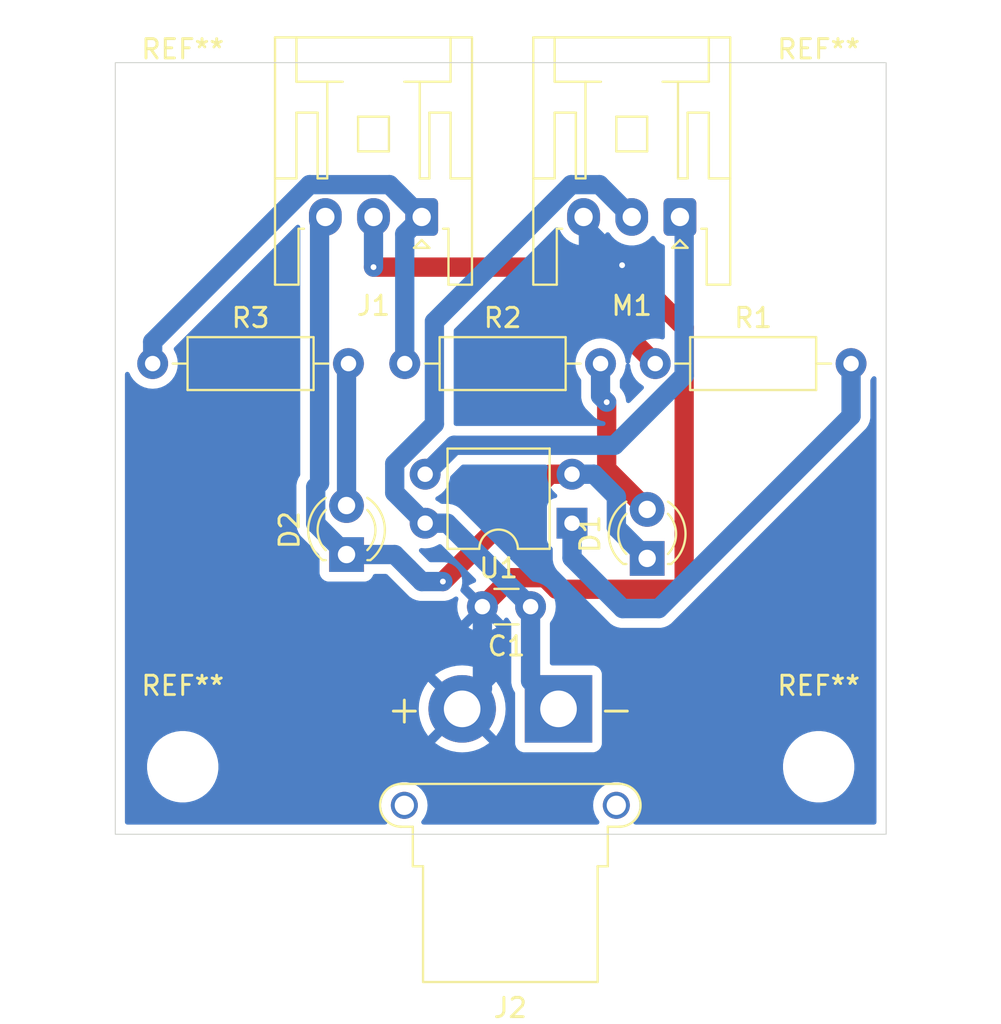
<source format=kicad_pcb>
(kicad_pcb (version 20240108) (generator "pcbnew") (generator_version "8.0")
  (layers (0 "F.Cu" signal) (31 "B.Cu" signal) (34 "B.Paste" user) (35 "F.Paste" user) (36 "B.SilkS" user "B.Silkscreen") (37 "F.SilkS" user "F.Silkscreen") (38 "B.Mask" user) (39 "F.Mask" user) (44 "Edge.Cuts" user))
  (net 0 "")
  (net 1 "VCC")
  (net 2 "GND1")
  (net 3 "Net-(D1-A)")
  (net 4 "GND")
  (net 5 "Net-(D2-A)")
  (net 6 "+5V")
  (net 7 "マイコンPWM")
  (net 8 "フォトカプラPWM")
  (net 9 "Net-(R1-Pad2)")
  (footprint "MountingHole:MountingHole_3.2mm_M3" (layer "F.Cu") (at 123.8 153.4)
    (property "Reference" "REF**" (at 0 -4.2 0) (layer "F.SilkS"))
    (property "Value" "MountingHole_3.2mm_M3")
    (pad "" np_thru_hole circle (at 0 0) (size 3.2 3.2) (drill 3.2) (layers "*.Cu" "*.Mask"))
  )
  (footprint "Connector_AMASS:AMASS_XT30PW-F_1x02_P2.50mm_Horizontal" (layer "F.Cu") (at 143.3 150.4 180)
    (property "Reference" "J2" (at 2.5 -15.5 0) (layer "F.SilkS"))
    (property "Value" "Conn_01x02")
    (fp_line (start 7.56 -6.11) (end 8.26 -6.11) (stroke (width 0.12)) (layer "F.SilkS"))
    (fp_line (start 7.56 -8.16) (end 7.56 -6.11) (stroke (width 0.12)) (layer "F.SilkS"))
    (fp_line (start 7.03 -8.16) (end 7.56 -8.16) (stroke (width 0.12)) (layer "F.SilkS"))
    (fp_line (start 7.03 -14.16) (end 7.03 -8.16) (stroke (width 0.12)) (layer "F.SilkS"))
    (fp_line (start -2.03 -14.16) (end 7 -14.16) (stroke (width 0.12)) (layer "F.SilkS"))
    (fp_line (start -2.03 -14.16) (end -2.03 -8.16) (stroke (width 0.12)) (layer "F.SilkS"))
    (fp_line (start -2.56 -8.16) (end -2.03 -8.16) (stroke (width 0.12)) (layer "F.SilkS"))
    (fp_line (start -2.56 -8.16) (end -2.56 -6.11) (stroke (width 0.12)) (layer "F.SilkS"))
    (fp_line (start -3.26 -3.89) (end 8.26 -3.89) (stroke (width 0.12)) (layer "F.SilkS"))
    (fp_line (start -3.26 -6.11) (end -2.56 -6.11) (stroke (width 0.12)) (layer "F.SilkS"))
    (fp_arc (start 8.15 -6.11) (mid 9.26 -5) (end 8.15 -3.89) (stroke (width 0.12)) (layer "F.SilkS"))
    (fp_arc (start -3.321729 -3.903365) (mid -4.256653 -5.086124) (end -3.15 -6.11) (stroke (width 0.12)) (layer "F.SilkS"))
    (fp_text user "+" (at 8 0 0) (layer "F.SilkS") (effects (font (size 1.5 1.5))))
    (fp_text user "-" (at -3 0 0) (layer "F.SilkS") (effects (font (size 1.5 1.5))))
    (pad "" thru_hole circle (at -3 -5 270) (size 1.4 1.4) (drill 1) (layers "*.Cu" "*.Mask"))
    (pad "" thru_hole circle (at 8 -5 180) (size 1.4 1.4) (drill 1) (layers "*.Cu" "*.Mask"))
    (pad "1" thru_hole rect (at 0 0 180) (size 3.5 3.5) (drill 1.9) (layers "*.Cu" "*.Mask") (net 1 "VCC"))
    (pad "2" thru_hole circle (at 5 0 180) (size 3.5 3.5) (drill 1.9) (layers "*.Cu" "*.Mask") (net 2 "GND1"))
  )
  (footprint "Resistor_THT:R_Axial_DIN0207_L6.3mm_D2.5mm_P10.16mm_Horizontal" (layer "F.Cu") (at 135.32 132.5)
    (property "Reference" "R2" (at 5.08 -2.37 0) (layer "F.SilkS"))
    (property "Value" "220")
    (fp_line (start 1.04 0) (end 1.81 0) (stroke (width 0.12)) (layer "F.SilkS"))
    (fp_line (start 1.81 -1.37) (end 1.81 1.37) (stroke (width 0.12)) (layer "F.SilkS"))
    (fp_line (start 1.81 1.37) (end 8.35 1.37) (stroke (width 0.12)) (layer "F.SilkS"))
    (fp_line (start 8.35 -1.37) (end 1.81 -1.37) (stroke (width 0.12)) (layer "F.SilkS"))
    (fp_line (start 8.35 1.37) (end 8.35 -1.37) (stroke (width 0.12)) (layer "F.SilkS"))
    (fp_line (start 9.12 0) (end 8.35 0) (stroke (width 0.12)) (layer "F.SilkS"))
    (pad "1" thru_hole circle (at 0 0) (size 1.6 1.6) (drill 0.8) (layers "*.Cu" "*.Mask") (net 6 "+5V"))
    (pad "2" thru_hole oval (at 10.16 0) (size 1.6 1.6) (drill 0.8) (layers "*.Cu" "*.Mask") (net 3 "Net-(D1-A)"))
  )
  (footprint "Connector_JST:JST_XA_S03B-XASK-1_1x03_P2.50mm_Horizontal" (layer "F.Cu") (at 149.6 124.9 180)
    (property "Reference" "M1" (at 2.5 -4.6 0) (layer "F.SilkS"))
    (property "Value" "Motor_Servo")
    (fp_line (start 7.61 9.31) (end 7.61 -3.51) (stroke (width 0.12)) (layer "F.SilkS"))
    (fp_line (start 7.61 -3.51) (end 6.39 -3.51) (stroke (width 0.12)) (layer "F.SilkS"))
    (fp_line (start 6.5 7.01) (end 6.5 9.31) (stroke (width 0.12)) (layer "F.SilkS"))
    (fp_line (start 6.5 5.41) (end 6.5 2) (stroke (width 0.12)) (layer "F.SilkS"))
    (fp_line (start 6.5 2) (end 7.61 2) (stroke (width 0.12)) (layer "F.SilkS"))
    (fp_line (start 6.39 -0.61) (end 6.11 -0.61) (stroke (width 0.12)) (layer "F.SilkS"))
    (fp_line (start 6.39 -3.51) (end 6.39 -0.61) (stroke (width 0.12)) (layer "F.SilkS"))
    (fp_line (start 5.4 5.41) (end 6.5 5.41) (stroke (width 0.12)) (layer "F.SilkS"))
    (fp_line (start 5.4 2) (end 5.4 5.41) (stroke (width 0.12)) (layer "F.SilkS"))
    (fp_line (start 4.9 7.01) (end 4.9 2) (stroke (width 0.12)) (layer "F.SilkS"))
    (fp_line (start 4.9 2) (end 5.4 2) (stroke (width 0.12)) (layer "F.SilkS"))
    (fp_line (start 4.1 7.01) (end 6.5 7.01) (stroke (width 0.12)) (layer "F.SilkS"))
    (fp_line (start 3.3 5.2) (end 1.7 5.2) (stroke (width 0.12)) (layer "F.SilkS"))
    (fp_line (start 3.3 3.4) (end 3.3 5.2) (stroke (width 0.12)) (layer "F.SilkS"))
    (fp_line (start 1.7 5.2) (end 1.7 3.4) (stroke (width 0.12)) (layer "F.SilkS"))
    (fp_line (start 1.7 3.4) (end 3.3 3.4) (stroke (width 0.12)) (layer "F.SilkS"))
    (fp_line (start 0.4 -1.6) (end 0 -1.2) (stroke (width 0.12)) (layer "F.SilkS"))
    (fp_line (start 0.1 7.01) (end 0.1 2) (stroke (width 0.12)) (layer "F.SilkS"))
    (fp_line (start 0.1 2) (end -0.4 2) (stroke (width 0.12)) (layer "F.SilkS"))
    (fp_line (start 0 -1.2) (end -0.4 -1.6) (stroke (width 0.12)) (layer "F.SilkS"))
    (fp_line (start -0.4 5.41) (end -1.5 5.41) (stroke (width 0.12)) (layer "F.SilkS"))
    (fp_line (start -0.4 2) (end -0.4 5.41) (stroke (width 0.12)) (layer "F.SilkS"))
    (fp_line (start -0.4 -1.6) (end 0.4 -1.6) (stroke (width 0.12)) (layer "F.SilkS"))
    (fp_line (start -1.11 -0.61) (end -1.39 -0.61) (stroke (width 0.12)) (layer "F.SilkS"))
    (fp_line (start -1.39 -0.61) (end -1.39 -3.51) (stroke (width 0.12)) (layer "F.SilkS"))
    (fp_line (start -1.39 -3.51) (end -2.61 -3.51) (stroke (width 0.12)) (layer "F.SilkS"))
    (fp_line (start -1.5 9.31) (end -1.5 7.01) (stroke (width 0.12)) (layer "F.SilkS"))
    (fp_line (start -1.5 7.01) (end 0.9 7.01) (stroke (width 0.12)) (layer "F.SilkS"))
    (fp_line (start -1.5 5.41) (end -1.5 2) (stroke (width 0.12)) (layer "F.SilkS"))
    (fp_line (start -1.5 2) (end -2.61 2) (stroke (width 0.12)) (layer "F.SilkS"))
    (fp_line (start -2.61 9.31) (end 7.61 9.31) (stroke (width 0.12)) (layer "F.SilkS"))
    (fp_line (start -2.61 -3.51) (end -2.61 9.31) (stroke (width 0.12)) (layer "F.SilkS"))
    (pad "" np_thru_hole oval (at 2.5 6.5 180) (size 2.8 2) (drill oval 2.8 2) (layers "*.Cu" "*.Mask"))
    (pad "1" thru_hole roundrect (at 0 0 180) (size 1.7 1.95) (drill 0.95) (layers "*.Cu" "*.Mask") (roundrect_rratio 0.147059) (net 8 "フォトカプラPWM"))
    (pad "2" thru_hole oval (at 2.5 0 180) (size 1.7 1.95) (drill 0.95) (layers "*.Cu" "*.Mask") (net 1 "VCC"))
    (pad "3" thru_hole oval (at 5 0 180) (size 1.7 1.95) (drill 0.95) (layers "*.Cu" "*.Mask") (net 2 "GND1"))
  )
  (footprint "LED_THT:LED_D3.0mm" (layer "F.Cu") (at 132.3 142.4 90)
    (property "Reference" "D2" (at 1.27 -2.96 90) (layer "F.SilkS"))
    (property "Value" "LED")
    (fp_line (start -0.29 -1.236) (end -0.29 -1.08) (stroke (width 0.12)) (layer "F.SilkS"))
    (fp_line (start -0.29 1.08) (end -0.29 1.236) (stroke (width 0.12)) (layer "F.SilkS"))
    (fp_arc (start -0.29 -1.235516) (mid 1.366487 -1.987659) (end 2.942335 -1.078608) (stroke (width 0.12)) (layer "F.SilkS"))
    (fp_arc (start 0.229039 -1.08) (mid 1.270117 -1.5) (end 2.31113 -1.079837) (stroke (width 0.12)) (layer "F.SilkS"))
    (fp_arc (start 2.942335 1.078608) (mid 1.366487 1.987659) (end -0.29 1.235516) (stroke (width 0.12)) (layer "F.SilkS"))
    (fp_arc (start 2.31113 1.079837) (mid 1.270117 1.5) (end 0.229039 1.08) (stroke (width 0.12)) (layer "F.SilkS"))
    (pad "1" thru_hole rect (at 0 0 90) (size 1.8 1.8) (drill 0.9) (layers "*.Cu" "*.Mask") (net 4 "GND"))
    (pad "2" thru_hole circle (at 2.54 0 90) (size 1.8 1.8) (drill 0.9) (layers "*.Cu" "*.Mask") (net 5 "Net-(D2-A)"))
  )
  (footprint "Capacitor_THT:C_Disc_D3.0mm_W1.6mm_P2.50mm" (layer "F.Cu") (at 141.85 145.1 180)
    (property "Reference" "C1" (at 1.25 -2.05 0) (layer "F.SilkS"))
    (property "Value" "0.1")
    (fp_line (start 0.621 0.92) (end 1.879 0.92) (stroke (width 0.12)) (layer "F.SilkS"))
    (fp_line (start 0.621 -0.92) (end 1.879 -0.92) (stroke (width 0.12)) (layer "F.SilkS"))
    (pad "1" thru_hole circle (at 0 0 180) (size 1.6 1.6) (drill 0.8) (layers "*.Cu" "*.Mask") (net 1 "VCC"))
    (pad "2" thru_hole circle (at 2.5 0 180) (size 1.6 1.6) (drill 0.8) (layers "*.Cu" "*.Mask") (net 2 "GND1"))
  )
  (footprint "Package_DIP:DIP-4_W7.62mm" (layer "F.Cu") (at 144 140.775 180)
    (property "Reference" "U1" (at 3.81 -2.33 0) (layer "F.SilkS"))
    (property "Value" "TLP785")
    (fp_line (start 6.46 3.87) (end 6.46 -1.33) (stroke (width 0.12)) (layer "F.SilkS"))
    (fp_line (start 6.46 -1.33) (end 4.81 -1.33) (stroke (width 0.12)) (layer "F.SilkS"))
    (fp_line (start 2.81 -1.33) (end 1.16 -1.33) (stroke (width 0.12)) (layer "F.SilkS"))
    (fp_line (start 1.16 3.87) (end 6.46 3.87) (stroke (width 0.12)) (layer "F.SilkS"))
    (fp_line (start 1.16 -1.33) (end 1.16 3.87) (stroke (width 0.12)) (layer "F.SilkS"))
    (fp_arc (start 4.81 -1.33) (mid 3.81 -0.33) (end 2.81 -1.33) (stroke (width 0.12)) (layer "F.SilkS"))
    (pad "1" thru_hole rect (at 0 0 180) (size 1.6 1.6) (drill 0.8) (layers "*.Cu" "*.Mask") (net 9 "Net-(R1-Pad2)"))
    (pad "2" thru_hole oval (at 0 2.54 180) (size 1.6 1.6) (drill 0.8) (layers "*.Cu" "*.Mask") (net 4 "GND"))
    (pad "3" thru_hole oval (at 7.62 2.54 180) (size 1.6 1.6) (drill 0.8) (layers "*.Cu" "*.Mask") (net 8 "フォトカプラPWM"))
    (pad "4" thru_hole oval (at 7.62 0 180) (size 1.6 1.6) (drill 0.8) (layers "*.Cu" "*.Mask") (net 1 "VCC"))
  )
  (footprint "LED_THT:LED_D3.0mm" (layer "F.Cu") (at 147.9 142.6 90)
    (property "Reference" "D1" (at 1.27 -2.96 90) (layer "F.SilkS"))
    (property "Value" "LED")
    (fp_line (start -0.29 -1.236) (end -0.29 -1.08) (stroke (width 0.12)) (layer "F.SilkS"))
    (fp_line (start -0.29 1.08) (end -0.29 1.236) (stroke (width 0.12)) (layer "F.SilkS"))
    (fp_arc (start -0.29 -1.235516) (mid 1.366487 -1.987659) (end 2.942335 -1.078608) (stroke (width 0.12)) (layer "F.SilkS"))
    (fp_arc (start 0.229039 -1.08) (mid 1.270117 -1.5) (end 2.31113 -1.079837) (stroke (width 0.12)) (layer "F.SilkS"))
    (fp_arc (start 2.942335 1.078608) (mid 1.366487 1.987659) (end -0.29 1.235516) (stroke (width 0.12)) (layer "F.SilkS"))
    (fp_arc (start 2.31113 1.079837) (mid 1.270117 1.5) (end 0.229039 1.08) (stroke (width 0.12)) (layer "F.SilkS"))
    (pad "1" thru_hole rect (at 0 0 90) (size 1.8 1.8) (drill 0.9) (layers "*.Cu" "*.Mask") (net 4 "GND"))
    (pad "2" thru_hole circle (at 2.54 0 90) (size 1.8 1.8) (drill 0.9) (layers "*.Cu" "*.Mask") (net 3 "Net-(D1-A)"))
  )
  (footprint "MountingHole:MountingHole_3.2mm_M3" (layer "F.Cu") (at 156.8 153.4)
    (property "Reference" "REF**" (at 0 -4.2 0) (layer "F.SilkS"))
    (property "Value" "MountingHole_3.2mm_M3")
    (pad "" np_thru_hole circle (at 0 0) (size 3.2 3.2) (drill 3.2) (layers "*.Cu" "*.Mask"))
  )
  (footprint "MountingHole:MountingHole_3.2mm_M3" (layer "F.Cu") (at 156.8 120.4)
    (property "Reference" "REF**" (at 0 -4.2 0) (layer "F.SilkS"))
    (property "Value" "MountingHole_3.2mm_M3")
    (pad "" np_thru_hole circle (at 0 0) (size 3.2 3.2) (drill 3.2) (layers "*.Cu" "*.Mask"))
  )
  (footprint "Connector_JST:JST_XA_S03B-XASK-1_1x03_P2.50mm_Horizontal" (layer "F.Cu") (at 136.2 124.9 180)
    (property "Reference" "J1" (at 2.5 -4.6 0) (layer "F.SilkS"))
    (property "Value" "Conn_01x03")
    (fp_line (start 7.61 9.31) (end 7.61 -3.51) (stroke (width 0.12)) (layer "F.SilkS"))
    (fp_line (start 7.61 -3.51) (end 6.39 -3.51) (stroke (width 0.12)) (layer "F.SilkS"))
    (fp_line (start 6.5 7.01) (end 6.5 9.31) (stroke (width 0.12)) (layer "F.SilkS"))
    (fp_line (start 6.5 5.41) (end 6.5 2) (stroke (width 0.12)) (layer "F.SilkS"))
    (fp_line (start 6.5 2) (end 7.61 2) (stroke (width 0.12)) (layer "F.SilkS"))
    (fp_line (start 6.39 -0.61) (end 6.11 -0.61) (stroke (width 0.12)) (layer "F.SilkS"))
    (fp_line (start 6.39 -3.51) (end 6.39 -0.61) (stroke (width 0.12)) (layer "F.SilkS"))
    (fp_line (start 5.4 5.41) (end 6.5 5.41) (stroke (width 0.12)) (layer "F.SilkS"))
    (fp_line (start 5.4 2) (end 5.4 5.41) (stroke (width 0.12)) (layer "F.SilkS"))
    (fp_line (start 4.9 7.01) (end 4.9 2) (stroke (width 0.12)) (layer "F.SilkS"))
    (fp_line (start 4.9 2) (end 5.4 2) (stroke (width 0.12)) (layer "F.SilkS"))
    (fp_line (start 4.1 7.01) (end 6.5 7.01) (stroke (width 0.12)) (layer "F.SilkS"))
    (fp_line (start 3.3 5.2) (end 1.7 5.2) (stroke (width 0.12)) (layer "F.SilkS"))
    (fp_line (start 3.3 3.4) (end 3.3 5.2) (stroke (width 0.12)) (layer "F.SilkS"))
    (fp_line (start 1.7 5.2) (end 1.7 3.4) (stroke (width 0.12)) (layer "F.SilkS"))
    (fp_line (start 1.7 3.4) (end 3.3 3.4) (stroke (width 0.12)) (layer "F.SilkS"))
    (fp_line (start 0.4 -1.6) (end 0 -1.2) (stroke (width 0.12)) (layer "F.SilkS"))
    (fp_line (start 0.1 7.01) (end 0.1 2) (stroke (width 0.12)) (layer "F.SilkS"))
    (fp_line (start 0.1 2) (end -0.4 2) (stroke (width 0.12)) (layer "F.SilkS"))
    (fp_line (start 0 -1.2) (end -0.4 -1.6) (stroke (width 0.12)) (layer "F.SilkS"))
    (fp_line (start -0.4 5.41) (end -1.5 5.41) (stroke (width 0.12)) (layer "F.SilkS"))
    (fp_line (start -0.4 2) (end -0.4 5.41) (stroke (width 0.12)) (layer "F.SilkS"))
    (fp_line (start -0.4 -1.6) (end 0.4 -1.6) (stroke (width 0.12)) (layer "F.SilkS"))
    (fp_line (start -1.11 -0.61) (end -1.39 -0.61) (stroke (width 0.12)) (layer "F.SilkS"))
    (fp_line (start -1.39 -0.61) (end -1.39 -3.51) (stroke (width 0.12)) (layer "F.SilkS"))
    (fp_line (start -1.39 -3.51) (end -2.61 -3.51) (stroke (width 0.12)) (layer "F.SilkS"))
    (fp_line (start -1.5 9.31) (end -1.5 7.01) (stroke (width 0.12)) (layer "F.SilkS"))
    (fp_line (start -1.5 7.01) (end 0.9 7.01) (stroke (width 0.12)) (layer "F.SilkS"))
    (fp_line (start -1.5 5.41) (end -1.5 2) (stroke (width 0.12)) (layer "F.SilkS"))
    (fp_line (start -1.5 2) (end -2.61 2) (stroke (width 0.12)) (layer "F.SilkS"))
    (fp_line (start -2.61 9.31) (end 7.61 9.31) (stroke (width 0.12)) (layer "F.SilkS"))
    (fp_line (start -2.61 -3.51) (end -2.61 9.31) (stroke (width 0.12)) (layer "F.SilkS"))
    (pad "" np_thru_hole oval (at 2.5 6.5 180) (size 2.8 2) (drill oval 2.8 2) (layers "*.Cu" "*.Mask"))
    (pad "1" thru_hole roundrect (at 0 0 180) (size 1.7 1.95) (drill 0.95) (layers "*.Cu" "*.Mask") (roundrect_rratio 0.147059) (net 6 "+5V"))
    (pad "2" thru_hole oval (at 2.5 0 180) (size 1.7 1.95) (drill 0.95) (layers "*.Cu" "*.Mask") (net 7 "マイコンPWM"))
    (pad "3" thru_hole oval (at 5 0 180) (size 1.7 1.95) (drill 0.95) (layers "*.Cu" "*.Mask") (net 4 "GND"))
  )
  (footprint "MountingHole:MountingHole_3.2mm_M3" (layer "F.Cu") (at 123.8 120.4)
    (property "Reference" "REF**" (at 0 -4.2 0) (layer "F.SilkS"))
    (property "Value" "MountingHole_3.2mm_M3")
    (pad "" np_thru_hole circle (at 0 0) (size 3.2 3.2) (drill 3.2) (layers "*.Cu" "*.Mask"))
  )
  (footprint "Resistor_THT:R_Axial_DIN0207_L6.3mm_D2.5mm_P10.16mm_Horizontal" (layer "F.Cu") (at 122.24 132.5)
    (property "Reference" "R3" (at 5.08 -2.37 0) (layer "F.SilkS"))
    (property "Value" "220")
    (fp_line (start 1.04 0) (end 1.81 0) (stroke (width 0.12)) (layer "F.SilkS"))
    (fp_line (start 1.81 -1.37) (end 1.81 1.37) (stroke (width 0.12)) (layer "F.SilkS"))
    (fp_line (start 1.81 1.37) (end 8.35 1.37) (stroke (width 0.12)) (layer "F.SilkS"))
    (fp_line (start 8.35 -1.37) (end 1.81 -1.37) (stroke (width 0.12)) (layer "F.SilkS"))
    (fp_line (start 8.35 1.37) (end 8.35 -1.37) (stroke (width 0.12)) (layer "F.SilkS"))
    (fp_line (start 9.12 0) (end 8.35 0) (stroke (width 0.12)) (layer "F.SilkS"))
    (pad "1" thru_hole circle (at 0 0) (size 1.6 1.6) (drill 0.8) (layers "*.Cu" "*.Mask") (net 6 "+5V"))
    (pad "2" thru_hole oval (at 10.16 0) (size 1.6 1.6) (drill 0.8) (layers "*.Cu" "*.Mask") (net 5 "Net-(D2-A)"))
  )
  (footprint "Resistor_THT:R_Axial_DIN0207_L6.3mm_D2.5mm_P10.16mm_Horizontal" (layer "F.Cu") (at 148.32 132.5)
    (property "Reference" "R1" (at 5.08 -2.37 0) (layer "F.SilkS"))
    (property "Value" "220")
    (fp_line (start 1.04 0) (end 1.81 0) (stroke (width 0.12)) (layer "F.SilkS"))
    (fp_line (start 1.81 -1.37) (end 1.81 1.37) (stroke (width 0.12)) (layer "F.SilkS"))
    (fp_line (start 1.81 1.37) (end 8.35 1.37) (stroke (width 0.12)) (layer "F.SilkS"))
    (fp_line (start 8.35 -1.37) (end 1.81 -1.37) (stroke (width 0.12)) (layer "F.SilkS"))
    (fp_line (start 8.35 1.37) (end 8.35 -1.37) (stroke (width 0.12)) (layer "F.SilkS"))
    (fp_line (start 9.12 0) (end 8.35 0) (stroke (width 0.12)) (layer "F.SilkS"))
    (pad "1" thru_hole circle (at 0 0) (size 1.6 1.6) (drill 0.8) (layers "*.Cu" "*.Mask") (net 7 "マイコンPWM"))
    (pad "2" thru_hole oval (at 10.16 0) (size 1.6 1.6) (drill 0.8) (layers "*.Cu" "*.Mask") (net 9 "Net-(R1-Pad2)"))
  )
  (gr_rect (start 120.3 116.9) (end 160.3 156.9) (stroke (width 0.05)) (fill none) (layer "Edge.Cuts"))
  (segment (start 134.8 139.195) (end 136.38 140.775) (width 1) (layer "B.Cu") (net 1))
  (segment (start 147.1 124.9) (end 145.425 123.225) (width 1) (layer "B.Cu") (net 1))
  (segment (start 136.858972 130.323997) (end 136.858972 135.634707) (width 1) (layer "B.Cu") (net 1))
  (segment (start 137.525 140.775) (end 141.85 145.1) (width 1) (layer "B.Cu") (net 1))
  (segment (start 141.85 148.95) (end 143.3 150.4) (width 1) (layer "B.Cu") (net 1))
  (segment (start 134.8 137.693679) (end 134.8 139.195) (width 1) (layer "B.Cu") (net 1))
  (segment (start 143.957969 123.225) (end 136.858972 130.323997) (width 1) (layer "B.Cu") (net 1))
  (segment (start 141.85 145.1) (end 141.85 148.95) (width 1) (layer "B.Cu") (net 1))
  (segment (start 136.858972 135.634707) (end 134.8 137.693679) (width 1) (layer "B.Cu") (net 1))
  (segment (start 145.425 123.225) (end 143.957969 123.225) (width 1) (layer "B.Cu") (net 1))
  (segment (start 136.38 140.775) (end 137.525 140.775) (width 1) (layer "B.Cu") (net 1))
  (segment (start 140.85 143.6) (end 139.35 145.1) (width 1) (layer "F.Cu") (net 2))
  (segment (start 149.82 143.88) (end 149.5 144.2) (width 1) (layer "F.Cu") (net 2))
  (segment (start 149.82 130.62) (end 149.82 143.88) (width 1) (layer "F.Cu") (net 2))
  (segment (start 149.5 144.2) (end 143.2 144.2) (width 1) (layer "F.Cu") (net 2))
  (segment (start 146.6 127.4) (end 149.82 130.62) (width 1) (layer "F.Cu") (net 2))
  (segment (start 143.2 144.2) (end 142.6 143.6) (width 1) (layer "F.Cu") (net 2))
  (segment (start 142.6 143.6) (end 140.85 143.6) (width 1) (layer "F.Cu") (net 2))
  (via (at 146.6 127.4) (size 0.6) (drill 0.3) (layers "F.Cu" "B.Cu") (net 2))
  (segment (start 144.6 124.9) (end 144.6 125.4) (width 1) (layer "B.Cu") (net 2))
  (segment (start 139.35 145.1) (end 139.35 149.35) (width 1) (layer "B.Cu") (net 2))
  (segment (start 139.35 149.35) (end 138.3 150.4) (width 1) (layer "B.Cu") (net 2))
  (segment (start 144.6 125.4) (end 146.6 127.4) (width 1) (layer "B.Cu") (net 2))
  (segment (start 145.8 134.5) (end 145.8 137.96) (width 1) (layer "F.Cu") (net 3))
  (segment (start 145.8 137.96) (end 147.9 140.06) (width 1) (layer "F.Cu") (net 3))
  (via (at 145.8 134.5) (size 0.6) (drill 0.3) (layers "F.Cu" "B.Cu") (net 3))
  (segment (start 145.48 134.18) (end 145.8 134.5) (width 1) (layer "B.Cu") (net 3))
  (segment (start 145.48 132.5) (end 145.48 134.18) (width 1) (layer "B.Cu") (net 3))
  (segment (start 142.865 138.235) (end 144 138.235) (width 1) (layer "F.Cu") (net 4))
  (segment (start 137.3 143.8) (end 142.865 138.235) (width 1) (layer "F.Cu") (net 4))
  (via (at 137.3 143.8) (size 0.6) (drill 0.3) (layers "F.Cu" "B.Cu") (net 4))
  (segment (start 131.2 124.9) (end 130.9 125.2) (width 1) (layer "B.Cu") (net 4))
  (segment (start 144 138.235) (end 145.137742 138.235) (width 1) (layer "B.Cu") (net 4))
  (segment (start 145.137742 138.235) (end 146.3 139.397258) (width 1) (layer "B.Cu") (net 4))
  (segment (start 136.2 143.8) (end 137.3 143.8) (width 1) (layer "B.Cu") (net 4))
  (segment (start 132.3 142.4) (end 134.8 142.4) (width 1) (layer "B.Cu") (net 4))
  (segment (start 130.9 125.2) (end 130.9 138.7) (width 1) (layer "B.Cu") (net 4))
  (segment (start 134.8 142.4) (end 135.5 143.1) (width 1) (layer "B.Cu") (net 4))
  (segment (start 130.9 138.7) (end 130.7 138.9) (width 1) (layer "B.Cu") (net 4))
  (segment (start 130.7 140.8) (end 132.3 142.4) (width 1) (layer "B.Cu") (net 4))
  (segment (start 146.3 139.397258) (end 146.3 141) (width 1) (layer "B.Cu") (net 4))
  (segment (start 130.7 138.9) (end 130.7 140.8) (width 1) (layer "B.Cu") (net 4))
  (segment (start 146.3 141) (end 147.9 142.6) (width 1) (layer "B.Cu") (net 4))
  (segment (start 135.5 143.1) (end 136.2 143.8) (width 1) (layer "B.Cu") (net 4))
  (segment (start 132.3 139.86) (end 132.3 132.6) (width 1) (layer "B.Cu") (net 5))
  (segment (start 132.3 132.6) (end 132.4 132.5) (width 1) (layer "B.Cu") (net 5))
  (segment (start 122.24 132.5) (end 122.24 131.36863) (width 1) (layer "B.Cu") (net 6))
  (segment (start 135.32 125.78) (end 136.2 124.9) (width 1) (layer "B.Cu") (net 6))
  (segment (start 122.24 131.36863) (end 130.38363 123.225) (width 1) (layer "B.Cu") (net 6))
  (segment (start 130.38363 123.225) (end 134.525 123.225) (width 1) (layer "B.Cu") (net 6))
  (segment (start 134.525 123.225) (end 136.2 124.9) (width 1) (layer "B.Cu") (net 6))
  (segment (start 135.32 132.5) (end 135.32 125.78) (width 1) (layer "B.Cu") (net 6))
  (segment (start 133.7 127.5) (end 143.32 127.5) (width 1) (layer "F.Cu") (net 7))
  (segment (start 143.32 127.5) (end 148.32 132.5) (width 1) (layer "F.Cu") (net 7))
  (via (at 133.7 127.5) (size 0.6) (drill 0.3) (layers "F.Cu" "B.Cu") (net 7))
  (segment (start 133.7 124.9) (end 133.7 127.5) (width 1) (layer "B.Cu") (net 7))
  (segment (start 149.6 124.9) (end 149.82 125.12) (width 1) (layer "B.Cu") (net 8))
  (segment (start 149.82 133.121321) (end 146.206321 136.735) (width 1) (layer "B.Cu") (net 8))
  (segment (start 137.88 136.735) (end 136.38 138.235) (width 1) (layer "B.Cu") (net 8))
  (segment (start 146.206321 136.735) (end 137.88 136.735) (width 1) (layer "B.Cu") (net 8))
  (segment (start 149.82 125.12) (end 149.82 133.121321) (width 1) (layer "B.Cu") (net 8))
  (segment (start 144 140.775) (end 144 142.575) (width 1) (layer "B.Cu") (net 9))
  (segment (start 158.48 135.22) (end 158.48 132.5) (width 1) (layer "B.Cu") (net 9))
  (segment (start 144 142.575) (end 146.625 145.2) (width 1) (layer "B.Cu") (net 9))
  (segment (start 146.625 145.2) (end 148.5 145.2) (width 1) (layer "B.Cu") (net 9))
  (segment (start 148.5 145.2) (end 158.48 135.22) (width 1) (layer "B.Cu") (net 9))
  (zone (net 2) (net_name "GND1") (layer "B.Cu") (connect_pads (clearance 0.5)) (min_thickness 0.25) (fill yes (thermal_gap 0.5) (thermal_bridge_width 0.5))
    (polygon (pts (xy 120.3 116.9) (xy 120.3 156.9) (xy 160.3 156.9) (xy 160.3 116.9)))
  )
)
</source>
